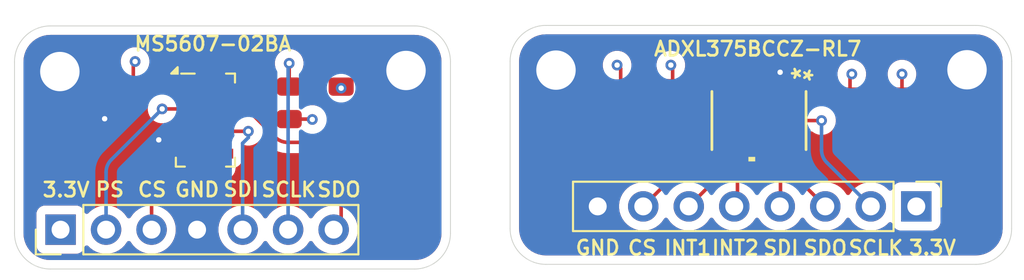
<source format=kicad_pcb>
(kicad_pcb (version 20241229) (generator "pcbnew") (generator_version "9.0")
  (layers (0 "F.Cu" signal) (4 "In1.Cu" signal) (6 "In2.Cu" signal) (2 "B.Cu" signal) (13 "F.Paste" user) (15 "B.Paste" user) (5 "F.SilkS" user "F.Silkscreen") (7 "B.SilkS" user "B.Silkscreen") (1 "F.Mask" user) (3 "B.Mask" user) (25 "Edge.Cuts" user))
  (net 0 "")
  (net 1 "GND")
  (net 2 "+3.3V")
  (net 3 "ADXL_CS")
  (net 4 "MS_MISO")
  (net 5 "MS_SCLK")
  (net 6 "MS_MOSI")
  (net 7 "MS_PS")
  (net 8 "ADXL_MOSI")
  (net 9 "ADXL_INT2")
  (net 10 "ADXL_SCLK")
  (net 12 "ADXL_INT1")
  (net 15 "ADXL_MISO")
  (net 16 "MS_CS")
  (footprint "Connector_PinHeader_2.54mm:PinHeader_1x08_P2.54mm_Vertical" (layer "F.Cu") (at 95.5 76.1 -90)
    (property "Reference" "J2" (hide yes))
    (property "Value" "Conn_01x08_Pin" (hide yes))
    (fp_line (start -1.38 19.16) (end 1.38 19.16) (stroke (width 0.12)) (layer "F.SilkS"))
    (fp_line (start -1.38 1.27) (end -1.38 19.16) (stroke (width 0.12)) (layer "F.SilkS"))
    (fp_line (start -1.38 1.27) (end 1.38 1.27) (stroke (width 0.12)) (layer "F.SilkS"))
    (fp_line (start 1.38 1.27) (end 1.38 19.16) (stroke (width 0.12)) (layer "F.SilkS"))
    (fp_line (start -1.38 0) (end -1.38 -1.38) (stroke (width 0.12)) (layer "F.SilkS"))
    (fp_line (start -1.38 -1.38) (end 0 -1.38) (stroke (width 0.12)) (layer "F.SilkS"))
    (pad "1" thru_hole rect (at 0 0 270) (size 1.7 1.7) (drill 1) (layers "*.Cu" "*.Mask") (net 2 "+3.3V"))
    (pad "2" thru_hole circle (at 0 2.54 270) (size 1.7 1.7) (drill 1) (layers "*.Cu" "*.Mask") (net 10 "ADXL_SCLK"))
    (pad "3" thru_hole circle (at 0 5.08 270) (size 1.7 1.7) (drill 1) (layers "*.Cu" "*.Mask") (net 15 "ADXL_MISO"))
    (pad "4" thru_hole circle (at 0 7.62 270) (size 1.7 1.7) (drill 1) (layers "*.Cu" "*.Mask") (net 8 "ADXL_MOSI"))
    (pad "5" thru_hole circle (at 0 10.16 270) (size 1.7 1.7) (drill 1) (layers "*.Cu" "*.Mask") (net 9 "ADXL_INT2"))
    (pad "6" thru_hole circle (at 0 12.7 270) (size 1.7 1.7) (drill 1) (layers "*.Cu" "*.Mask") (net 12 "ADXL_INT1"))
    (pad "7" thru_hole circle (at 0 15.24 270) (size 1.7 1.7) (drill 1) (layers "*.Cu" "*.Mask") (net 3 "ADXL_CS"))
    (pad "8" thru_hole circle (at 0 17.78 270) (size 1.7 1.7) (drill 1) (layers "*.Cu" "*.Mask") (net 1 "GND"))
  )
  (footprint "PCM_JLCPCB:R_0805" (layer "F.Cu") (at 81.9 70.4 -90)
    (property "Reference" "R1" (hide yes))
    (property "Value" "10kΩ" (hide yes))
    (pad "1" smd roundrect (at -0.91 0 270) (size 1.02 1.4) (layers "F.Cu" "F.Mask" "F.Paste") (roundrect_rratio 0.243902) (net 2 "+3.3V"))
    (pad "2" smd roundrect (at 0.91 0 270) (size 1.02 1.4) (layers "F.Cu" "F.Mask" "F.Paste") (roundrect_rratio 0.243902) (net 3 "ADXL_CS"))
  )
  (footprint "PCM_JLCPCB:R_0805" (layer "F.Cu") (at 63.4 70.315 -90)
    (property "Reference" "R2" (hide yes))
    (property "Value" "10kΩ" (hide yes))
    (pad "1" smd roundrect (at -0.91 0 270) (size 1.02 1.4) (layers "F.Cu" "F.Mask" "F.Paste") (roundrect_rratio 0.243902) (net 2 "+3.3V"))
    (pad "2" smd roundrect (at 0.91 0 270) (size 1.02 1.4) (layers "F.Cu" "F.Mask" "F.Paste") (roundrect_rratio 0.243902) (net 4 "MS_MISO"))
  )
  (footprint "PCM_JLCPCB:C_0805" (layer "F.Cu") (at 91.8 70.9 90)
    (property "Reference" "C3" (hide yes))
    (property "Value" "100nF" (hide yes))
    (pad "1" smd roundrect (at -0.95 0 90) (size 1 1.45) (layers "F.Cu" "F.Mask" "F.Paste") (net 1 "GND"))
    (pad "2" smd roundrect (at 0.95 0 90) (size 1 1.45) (layers "F.Cu" "F.Mask" "F.Paste") (net 2 "+3.3V"))
  )
  (footprint "MountingHole:MountingHole_2.2mm_M2_DIN965_Pad" (layer "F.Cu") (at 75.39 68.48)
    (property "Reference" "H2" (hide yes))
    (property "Value" "MountingHole_Pad" (hide yes))
    (pad "1" thru_hole circle (at 0 0) (size 3.8 3.8) (drill 2.2) (layers "*.Cu" "*.Mask") (net 1 "GND"))
  )
  (footprint "MountingHole:MountingHole_2.2mm_M2_DIN965_Pad" (layer "F.Cu") (at 98.33 68.46)
    (property "Reference" "H1" (hide yes))
    (property "Value" "MountingHole_Pad" (hide yes))
    (pad "1" thru_hole circle (at 0 0) (size 3.8 3.8) (drill 2.2) (layers "*.Cu" "*.Mask") (net 1 "GND"))
  )
  (footprint "PCM_JLCPCB:C_0805" (layer "F.Cu") (at 51.8 70.3 -90)
    (property "Reference" "C1" (hide yes))
    (property "Value" "100nF" (hide yes))
    (pad "1" smd roundrect (at -0.95 0 270) (size 1 1.45) (layers "F.Cu" "F.Mask" "F.Paste") (net 2 "+3.3V"))
    (pad "2" smd roundrect (at 0.95 0 270) (size 1 1.45) (layers "F.Cu" "F.Mask" "F.Paste") (net 1 "GND"))
  )
  (footprint "PCM_JLCPCB:C_0805" (layer "F.Cu") (at 94.7 70.9 90)
    (property "Reference" "C4" (hide yes))
    (property "Value" "10uF" (hide yes))
    (pad "1" smd roundrect (at -0.95 0 90) (size 1 1.45) (layers "F.Cu" "F.Mask" "F.Paste") (net 1 "GND"))
    (pad "2" smd roundrect (at 0.95 0 90) (size 1 1.45) (layers "F.Cu" "F.Mask" "F.Paste") (net 2 "+3.3V"))
  )
  (footprint "Connector_PinHeader_2.54mm:PinHeader_1x07_P2.54mm_Vertical" (layer "F.Cu") (at 47.74 77.4 90)
    (property "Reference" "J1" (hide yes))
    (property "Value" "Conn_01x07_Pin" (hide yes))
    (fp_line (start -1.38 -1.38) (end 0 -1.38) (stroke (width 0.12)) (layer "F.SilkS"))
    (fp_line (start -1.38 0) (end -1.38 -1.38) (stroke (width 0.12)) (layer "F.SilkS"))
    (fp_line (start 1.38 1.27) (end 1.38 16.62) (stroke (width 0.12)) (layer "F.SilkS"))
    (fp_line (start -1.38 1.27) (end 1.38 1.27) (stroke (width 0.12)) (layer "F.SilkS"))
    (fp_line (start -1.38 1.27) (end -1.38 16.62) (stroke (width 0.12)) (layer "F.SilkS"))
    (fp_line (start -1.38 16.62) (end 1.38 16.62) (stroke (width 0.12)) (layer "F.SilkS"))
    (pad "1" thru_hole rect (at 0 0 90) (size 1.7 1.7) (drill 1) (layers "*.Cu" "*.Mask") (net 2 "+3.3V"))
    (pad "2" thru_hole circle (at 0 2.54 90) (size 1.7 1.7) (drill 1) (layers "*.Cu" "*.Mask") (net 7 "MS_PS"))
    (pad "3" thru_hole circle (at 0 5.08 90) (size 1.7 1.7) (drill 1) (layers "*.Cu" "*.Mask") (net 16 "MS_CS"))
    (pad "4" thru_hole circle (at 0 7.62 90) (size 1.7 1.7) (drill 1) (layers "*.Cu" "*.Mask") (net 1 "GND"))
    (pad "5" thru_hole circle (at 0 10.16 90) (size 1.7 1.7) (drill 1) (layers "*.Cu" "*.Mask") (net 6 "MS_MOSI"))
    (pad "6" thru_hole circle (at 0 12.7 90) (size 1.7 1.7) (drill 1) (layers "*.Cu" "*.Mask") (net 5 "MS_SCLK"))
    (pad "7" thru_hole circle (at 0 15.24 90) (size 1.7 1.7) (drill 1) (layers "*.Cu" "*.Mask") (net 4 "MS_MISO"))
  )
  (footprint "PCM_JLCPCB:C_0805" (layer "F.Cu") (at 79 70.45 -90)
    (property "Reference" "C2" (hide yes))
    (property "Value" "100nF" (hide yes))
    (pad "1" smd roundrect (at -0.95 0 270) (size 1 1.45) (layers "F.Cu" "F.Mask" "F.Paste") (net 2 "+3.3V"))
    (pad "2" smd roundrect (at 0.95 0 270) (size 1 1.45) (layers "F.Cu" "F.Mask" "F.Paste") (net 1 "GND"))
  )
  (footprint "Package_LGA:LGA-8_3x5mm_P1.25mm" (layer "F.Cu") (at 55.825 71.275)
    (property "Reference" "U1" (hide yes))
    (property "Value" "MS5607-02BA" (at 0.415 -4.265 0) (layer "F.SilkS") (effects (font (size 0.8 0.8) (thickness 0.15) (bold yes))))
    (fp_line (start -1.65 2.6) (end -1.65 2.1) (stroke (width 0.12)) (layer "F.SilkS"))
    (fp_line (start -1.35 -2.6) (end -0.6 -2.6) (stroke (width 0.12)) (layer "F.SilkS"))
    (fp_line (start -1.15 2.6) (end -1.65 2.6) (stroke (width 0.12)) (layer "F.SilkS"))
    (fp_line (start 1.15 -2.6) (end 1.65 -2.6) (stroke (width 0.12)) (layer "F.SilkS"))
    (fp_line (start 1.65 -2.6) (end 1.65 -2.1) (stroke (width 0.12)) (layer "F.SilkS"))
    (fp_line (start 1.65 2.1) (end 1.65 2.6) (stroke (width 0.12)) (layer "F.SilkS"))
    (fp_line (start 1.65 2.6) (end 1.15 2.6) (stroke (width 0.12)) (layer "F.SilkS"))
    (fp_poly (pts (xy -1.55 -2.6) (xy -1.91 -2.6) (xy -1.55 -2.96) (xy -1.55 -2.6)) (stroke (width 0.12)) (fill yes) (layer "F.SilkS"))
    (pad "1" smd rect (at -1.075 -1.875) (size 0.95 0.55) (layers "F.Cu" "F.Mask" "F.Paste") (net 2 "+3.3V"))
    (pad "2" smd rect (at -1.075 -0.625) (size 0.95 0.55) (layers "F.Cu" "F.Mask" "F.Paste") (net 7 "MS_PS"))
    (pad "3" smd rect (at -1.075 0.625) (size 0.95 0.55) (layers "F.Cu" "F.Mask" "F.Paste") (net 1 "GND"))
    (pad "4" smd rect (at -1.075 1.875) (size 0.95 0.55) (layers "F.Cu" "F.Mask" "F.Paste") (net 16 "MS_CS"))
    (pad "5" smd rect (at 1.075 1.875) (size 0.95 0.55) (layers "F.Cu" "F.Mask" "F.Paste") (net 16 "MS_CS"))
    (pad "6" smd rect (at 1.075 0.625) (size 0.95 0.55) (layers "F.Cu" "F.Mask" "F.Paste") (net 6 "MS_MOSI"))
    (pad "7" smd rect (at 1.075 -0.625) (size 0.95 0.55) (layers "F.Cu" "F.Mask" "F.Paste") (net 4 "MS_MISO"))
    (pad "8" smd rect (at 1.075 -1.875) (size 0.95 0.55) (layers "F.Cu" "F.Mask" "F.Paste") (net 5 "MS_SCLK"))
  )
  (footprint "PCM_JLCPCB:R_0805" (layer "F.Cu") (at 60.5 70.31 90)
    (property "Reference" "R3" (hide yes))
    (property "Value" "10kΩ" (hide yes))
    (pad "1" smd roundrect (at -0.91 0 90) (size 1.02 1.4) (layers "F.Cu" "F.Mask" "F.Paste") (roundrect_rratio 0.243902) (net 2 "+3.3V"))
    (pad "2" smd roundrect (at 0.91 0 90) (size 1.02 1.4) (layers "F.Cu" "F.Mask" "F.Paste") (roundrect_rratio 0.243902) (net 5 "MS_SCLK"))
  )
  (footprint "MountingHole:MountingHole_2.2mm_M2_DIN965_Pad" (layer "F.Cu") (at 47.7 68.56)
    (property "Reference" "H4" (hide yes))
    (property "Value" "MountingHole_Pad" (hide yes))
    (pad "1" thru_hole circle (at 0 0) (size 3.8 3.8) (drill 2.2) (layers "*.Cu" "*.Mask") (net 1 "GND"))
  )
  (footprint "MountingHole:MountingHole_2.2mm_M2_DIN965_Pad" (layer "F.Cu") (at 67.02 68.5)
    (property "Reference" "H3" (hide yes))
    (property "Value" "MountingHole_Pad" (hide yes))
    (pad "1" thru_hole circle (at 0 0) (size 3.8 3.8) (drill 2.2) (layers "*.Cu" "*.Mask") (net 1 "GND"))
  )
  (footprint "footprints:LGA_CC-14-1_ADI" (layer "F.Cu") (at 86.718498 71.3 -90)
    (property "Reference" "U4" (hide yes))
    (property "Value" "ADXL375BCCZ-RL7" (at -4.01 0.068498 0) (layer "F.SilkS") (effects (font (size 0.8 0.8))))
    (fp_line (start -1.627 2.627) (end 1.627 2.627) (stroke (width 0.1524)) (layer "F.SilkS"))
    (fp_line (start 1.627 -2.627) (end -1.627 -2.627) (stroke (width 0.1524)) (layer "F.SilkS"))
    (fp_poly (pts (xy 2.285401 0.209499) (xy 2.285401 0.590499) (xy 2.031401 0.590499) (xy 2.031401 0.209499)) (fill yes) (layer "F.SilkS"))
    (fp_text user "*" (at -2.64 -2.391502 90) (layer "F.SilkS"))
    (fp_text user "*" (at -2.54 -2.421502 270) (layer "F.SilkS"))
    (pad "1" smd rect (at -1.370901 -2.000001) (size 0.4492 1.1178) (layers "F.Cu" "F.Mask" "F.Paste") (net 2 "+3.3V"))
    (pad "2" smd rect (at -1.370901 -1.2) (size 0.4492 1.1178) (layers "F.Cu" "F.Mask" "F.Paste") (net 1 "GND"))
    (pad "3" smd rect (at -1.370901 -0.399999) (size 0.4492 1.1178) (layers "F.Cu" "F.Mask" "F.Paste"))
    (pad "4" smd rect (at -1.370901 0.399999) (size 0.4492 1.1178) (layers "F.Cu" "F.Mask" "F.Paste") (net 1 "GND"))
    (pad "5" smd rect (at -1.370901 1.2) (size 0.4492 1.1178) (layers "F.Cu" "F.Mask" "F.Paste") (net 1 "GND"))
    (pad "6" smd rect (at -1.370901 1.999999) (size 0.4492 1.1178) (layers "F.Cu" "F.Mask" "F.Paste") (net 2 "+3.3V"))
    (pad "7" smd rect (at 0 1.718498 270) (size 0.5 0.813) (layers "F.Cu" "F.Mask" "F.Paste") (net 3 "ADXL_CS"))
    (pad "8" smd rect (at 1.370901 2.000001) (size 0.4492 1.1178) (layers "F.Cu" "F.Mask" "F.Paste") (net 12 "ADXL_INT1"))
    (pad "9" smd rect (at 1.370901 1.2) (size 0.4492 1.1178) (layers "F.Cu" "F.Mask" "F.Paste") (net 9 "ADXL_INT2"))
    (pad "10" smd rect (at 1.370901 0.399999) (size 0.4492 1.1178) (layers "F.Cu" "F.Mask" "F.Paste"))
    (pad "11" smd rect (at 1.370901 -0.399999) (size 0.4492 1.1178) (layers "F.Cu" "F.Mask" "F.Paste"))
    (pad "12" smd rect (at 1.370901 -1.2) (size 0.4492 1.1178) (layers "F.Cu" "F.Mask" "F.Paste") (net 8 "ADXL_MOSI"))
    (pad "13" smd rect (at 1.370901 -1.999999) (size 0.4492 1.1178) (layers "F.Cu" "F.Mask" "F.Paste") (net 15 "ADXL_MISO"))
    (pad "14" smd rect (at 0 -1.718498 270) (size 0.5 0.813) (layers "F.Cu" "F.Mask" "F.Paste") (net 10 "ADXL_SCLK"))
  )
  (gr_line (start 74.83 65.98) (end 98.82 65.98) (stroke (width 0.05)) (layer "Edge.Cuts"))
  (gr_arc (start 69.5 77.6) (mid 68.914214 79.014214) (end 67.5 79.6) (stroke (width 0.05)) (layer "Edge.Cuts"))
  (gr_line (start 45.17 77.6) (end 45.17 68.01) (stroke (width 0.05)) (layer "Edge.Cuts"))
  (gr_line (start 98.82 79.34) (end 74.83 79.34) (stroke (width 0.05)) (layer "Edge.Cuts"))
  (gr_arc (start 67.5 66.01) (mid 68.914214 66.595786) (end 69.5 68.01) (stroke (width 0.05)) (layer "Edge.Cuts"))
  (gr_line (start 69.5 68.01) (end 69.5 77.6) (stroke (width 0.05)) (layer "Edge.Cuts"))
  (gr_arc (start 98.82 65.98) (mid 100.234214 66.565786) (end 100.82 67.98) (stroke (width 0.05)) (layer "Edge.Cuts"))
  (gr_arc (start 72.83 67.98) (mid 73.415786 66.565786) (end 74.83 65.98) (stroke (width 0.05)) (layer "Edge.Cuts"))
  (gr_arc (start 45.17 68.01) (mid 45.755786 66.595786) (end 47.17 66.01) (stroke (width 0.05)) (layer "Edge.Cuts"))
  (gr_line (start 100.82 67.98) (end 100.82 77.34) (stroke (width 0.05)) (layer "Edge.Cuts"))
  (gr_arc (start 47.17 79.6) (mid 45.755786 79.014214) (end 45.17 77.6) (stroke (width 0.05)) (layer "Edge.Cuts"))
  (gr_line (start 67.5 79.6) (end 47.17 79.6) (stroke (width 0.05)) (layer "Edge.Cuts"))
  (gr_arc (start 74.83 79.34) (mid 73.415786 78.754214) (end 72.83 77.34) (stroke (width 0.05)) (layer "Edge.Cuts"))
  (gr_arc (start 100.82 77.34) (mid 100.234214 78.754214) (end 98.82 79.34) (stroke (width 0.05)) (layer "Edge.Cuts"))
  (gr_line (start 72.83 77.34) (end 72.83 67.98) (stroke (width 0.05)) (layer "Edge.Cuts"))
  (gr_line (start 47.17 66.01) (end 67.5 66.01) (stroke (width 0.05)) (layer "Edge.Cuts"))
  (gr_text "SDO" (at 90.42 78.42 0) (layer "F.SilkS") (effects (font (size 0.8 0.8) (thickness 0.15) (bold yes))))
  (gr_text "SDO" (at 63.28 75.16 0) (layer "F.SilkS") (effects (font (size 0.8 0.8) (thickness 0.15) (bold yes))))
  (gr_text "SCLK" (at 93.24 78.42 0) (layer "F.SilkS") (effects (font (size 0.8 0.8) (thickness 0.15) (bold yes))))
  (gr_text "SCLK" (at 60.47 75.16 0) (layer "F.SilkS") (effects (font (size 0.8 0.8) (thickness 0.15) (bold yes))))
  (gr_text "SDI" (at 87.94 78.42 0) (layer "F.SilkS") (effects (font (size 0.8 0.8) (thickness 0.15) (bold yes))))
  (gr_text "INT2" (at 85.4 78.41 0) (layer "F.SilkS") (effects (font (size 0.8 0.8) (thickness 0.15) (bold yes))))
  (gr_text "GND" (at 55.36 75.16 0) (layer "F.SilkS") (effects (font (size 0.8 0.8) (thickness 0.15) (bold yes))))
  (gr_text "3.3V" (at 48.05 75.17 0) (layer "F.SilkS") (effects (font (size 0.8 0.8) (thickness 0.15) (bold yes))))
  (gr_text "CS" (at 80.2 78.42 0) (layer "F.SilkS") (effects (font (size 0.8 0.8) (thickness 0.15) (bold yes))))
  (gr_text "INT1" (at 82.74 78.42 0) (layer "F.SilkS") (effects (font (size 0.8 0.8) (thickness 0.15) (bold yes))))
  (gr_text "PS" (at 50.49 75.16 0) (layer "F.SilkS") (effects (font (size 0.8 0.8) (thickness 0.15) (bold yes))))
  (gr_text "SDI" (at 57.82 75.14 0) (layer "F.SilkS") (effects (font (size 0.8 0.8) (thickness 0.15) (bold yes))))
  (gr_text "CS" (at 52.85 75.16 0) (layer "F.SilkS") (effects (font (size 0.8 0.8) (thickness 0.15) (bold yes))))
  (gr_text "GND" (at 77.72 78.41 0) (layer "F.SilkS") (effects (font (size 0.8 0.8) (thickness 0.15) (bold yes))))
  (gr_text "3.3V" (at 96.4 78.41 0) (layer "F.SilkS") (effects (font (size 0.8 0.8) (thickness 0.15) (bold yes))))
  (segment (start 51.8 71.25) (end 50.25 71.25) (width 0.2) (layer "F.Cu") (net 1))
  (segment (start 87.918498 68.618498) (end 87.9 68.6) (width 0.2) (layer "F.Cu") (net 1))
  (segment (start 87.918498 69.929099) (end 87.918498 68.618498) (width 0.2) (layer "F.Cu") (net 1))
  (segment (start 53.7 71.9) (end 53.22 72.38) (width 0.2) (layer "F.Cu") (net 1))
  (segment (start 54.75 71.9) (end 53.7 71.9) (width 0.2) (layer "F.Cu") (net 1))
  (segment (start 50.25 71.25) (end 50.2 71.2) (width 0.2) (layer "F.Cu") (net 1))
  (via (at 87.9 68.6) (size 0.6) (drill 0.3) (layers "F.Cu" "B.Cu") (net 1))
  (via (at 50.2 71.2) (size 0.6) (drill 0.3) (layers "F.Cu" "B.Cu") (net 1))
  (via (at 53.22 72.38) (size 0.6) (drill 0.3) (layers "F.Cu" "B.Cu") (net 1))
  (segment (start 81.9 69.49) (end 79.01 69.49) (width 0.2) (layer "F.Cu") (net 2))
  (segment (start 51.85 69.4) (end 51.8 69.35) (width 0.2) (layer "F.Cu") (net 2))
  (segment (start 54.75 69.4) (end 51.85 69.4) (width 0.2) (layer "F.Cu") (net 2))
  (segment (start 51.8 69.35) (end 51.8 68.1) (width 0.2) (layer "F.Cu") (net 2))
  (segment (start 91.779099 69.929099) (end 91.8 69.95) (width 0.2) (layer "F.Cu") (net 2))
  (segment (start 82.339099 69.929099) (end 81.9 69.49) (width 0.2) (layer "F.Cu") (net 2))
  (segment (start 91.8 68.8) (end 91.9 68.7) (width 0.2) (layer "F.Cu") (net 2))
  (segment (start 81.9 68.3) (end 81.8 68.2) (width 0.2) (layer "F.Cu") (net 2))
  (segment (start 88.718499 69.929099) (end 91.779099 69.929099) (width 0.2) (layer "F.Cu") (net 2))
  (segment (start 81.9 69.49) (end 81.9 68.3) (width 0.2) (layer "F.Cu") (net 2))
  (segment (start 79.01 69.49) (end 79 69.5) (width 0.2) (layer "F.Cu") (net 2))
  (segment (start 91.8 69.95) (end 94.7 69.95) (width 0.2) (layer "F.Cu") (net 2))
  (segment (start 79 69.5) (end 79 68.4) (width 0.2) (layer "F.Cu") (net 2))
  (segment (start 91.8 69.95) (end 91.8 68.8) (width 0.2) (layer "F.Cu") (net 2))
  (segment (start 94.7 69.95) (end 94.7 68.7) (width 0.2) (layer "F.Cu") (net 2))
  (segment (start 61.77 71.22) (end 61.79 71.24) (width 0.2) (layer "F.Cu") (net 2))
  (segment (start 84.718499 69.929099) (end 82.339099 69.929099) (width 0.2) (layer "F.Cu") (net 2))
  (segment (start 60.5 71.22) (end 61.77 71.22) (width 0.2) (layer "F.Cu") (net 2))
  (segment (start 51.8 68.1) (end 51.9 68) (width 0.2) (layer "F.Cu") (net 2))
  (segment (start 79 68.4) (end 78.8 68.2) (width 0.2) (layer "F.Cu") (net 2))
  (via (at 51.9 68) (size 0.6) (drill 0.3) (layers "F.Cu" "B.Cu") (net 2))
  (via (at 81.8 68.2) (size 0.6) (drill 0.3) (layers "F.Cu" "B.Cu") (net 2))
  (via (at 78.8 68.2) (size 0.6) (drill 0.3) (layers "F.Cu" "B.Cu") (net 2))
  (via (at 91.9 68.7) (size 0.6) (drill 0.3) (layers "F.Cu" "B.Cu") (net 2))
  (via (at 61.79 71.24) (size 0.6) (drill 0.3) (layers "F.Cu" "B.Cu") (net 2))
  (via (at 63.4 69.49) (size 0.6) (drill 0.3) (layers "F.Cu" "B.Cu") (net 2))
  (via (at 94.7 68.7) (size 0.6) (drill 0.3) (layers "F.Cu" "B.Cu") (net 2))
  (segment (start 81.91 71.3) (end 81.9 71.31) (width 0.2) (layer "F.Cu") (net 3))
  (segment (start 81.607107 74.752893) (end 80.26 76.1) (width 0.2) (layer "F.Cu") (net 3))
  (segment (start 85 71.3) (end 81.91 71.3) (width 0.2) (layer "F.Cu") (net 3))
  (segment (start 81.9 71.31) (end 81.9 74.045786) (width 0.2) (layer "F.Cu") (net 3))
  (arc (start 81.607107 74.752893) (mid 81.82388 74.42847) (end 81.9 74.045786) (width 0.2) (layer "F.Cu") (net 3))
  (segment (start 60.424214 72.52) (end 63.4 72.52) (width 0.2) (layer "F.Cu") (net 4))
  (segment (start 58.432893 70.942893) (end 59.717107 72.227107) (width 0.2) (layer "F.Cu") (net 4))
  (segment (start 63.4 71.225) (end 63.4 72.52) (width 0.2) (layer "F.Cu") (net 4))
  (segment (start 56.9 70.65) (end 57.725786 70.65) (width 0.2) (layer "F.Cu") (net 4))
  (segment (start 63.4 72.52) (end 63.4 76.98) (width 0.2) (layer "F.Cu") (net 4))
  (segment (start 63.4 76.98) (end 62.98 77.4) (width 0.2) (layer "F.Cu") (net 4))
  (arc (start 60.424214 72.52) (mid 60.041531 72.44388) (end 59.717107 72.227107) (width 0.2) (layer "F.Cu") (net 4))
  (arc (start 57.725786 70.65) (mid 58.108469 70.72612) (end 58.432893 70.942893) (width 0.2) (layer "F.Cu") (net 4))
  (segment (start 60.5 69.4) (end 60.5 68.1) (width 0.2) (layer "F.Cu") (net 5))
  (segment (start 56.9 69.4) (end 60.5 69.4) (width 0.2) (layer "F.Cu") (net 5))
  (via (at 60.5 68.1) (size 0.6) (drill 0.3) (layers "F.Cu" "B.Cu") (net 5))
  (segment (start 60.44 68.16) (end 60.44 77.4) (width 0.2) (layer "B.Cu") (net 5))
  (segment (start 60.5 68.1) (end 60.44 68.16) (width 0.2) (layer "B.Cu") (net 5))
  (segment (start 56.9 71.9) (end 58.22 71.9) (width 0.2) (layer "F.Cu") (net 6))
  (via (at 58.22 71.9) (size 0.6) (drill 0.3) (layers "F.Cu" "B.Cu") (net 6))
  (segment (start 57.9 72.57) (end 57.9 77.4) (width 0.2) (layer "B.Cu") (net 6))
  (segment (start 58.22 71.9) (end 58.22 72.25) (width 0.2) (layer "B.Cu") (net 6))
  (segment (start 58.22 72.25) (end 57.9 72.57) (width 0.2) (layer "B.Cu") (net 6))
  (segment (start 54.75 70.65) (end 53.41 70.65) (width 0.2) (layer "F.Cu") (net 7))
  (via (at 53.41 70.65) (size 0.6) (drill 0.3) (layers "F.Cu" "B.Cu") (net 7))
  (segment (start 50.28 74.194214) (end 50.28 77.4) (width 0.2) (layer "B.Cu") (net 7))
  (segment (start 53.41 70.65) (end 50.572893 73.487107) (width 0.2) (layer "B.Cu") (net 7))
  (arc (start 50.28 74.194214) (mid 50.35612 73.811531) (end 50.572893 73.487107) (width 0.2) (layer "B.Cu") (net 7))
  (segment (start 87.918498 72.670901) (end 87.918498 76.061502) (width 0.2) (layer "F.Cu") (net 8))
  (segment (start 87.918498 76.061502) (end 87.88 76.1) (width 0.2) (layer "F.Cu") (net 8))
  (segment (start 85.518498 75.921502) (end 85.34 76.1) (width 0.2) (layer "F.Cu") (net 9))
  (segment (start 85.518498 72.670901) (end 85.518498 75.921502) (width 0.2) (layer "F.Cu") (net 9))
  (segment (start 88.436996 71.3) (end 90.21 71.3) (width 0.2) (layer "F.Cu") (net 10))
  (via (at 90.21 71.3) (size 0.6) (drill 0.3) (layers "F.Cu" "B.Cu") (net 10))
  (segment (start 90.502893 73.642893) (end 92.96 76.1) (width 0.2) (layer "B.Cu") (net 10))
  (segment (start 90.21 71.3) (end 90.21 72.935786) (width 0.2) (layer "B.Cu") (net 10))
  (arc (start 90.21 72.935786) (mid 90.28612 73.318469) (end 90.502893 73.642893) (width 0.2) (layer "B.Cu") (net 10))
  (segment (start 84.718497 72.670901) (end 84.718497 73.767289) (width 0.2) (layer "F.Cu") (net 12))
  (segment (start 84.425604 74.474396) (end 82.8 76.1) (width 0.2) (layer "F.Cu") (net 12))
  (arc (start 84.425604 74.474396) (mid 84.642377 74.149973) (end 84.718497 73.767289) (width 0.2) (layer "F.Cu") (net 12))
  (segment (start 88.718497 72.670901) (end 88.718497 73.984283) (width 0.2) (layer "F.Cu") (net 15))
  (segment (start 89.01139 74.69139) (end 90.42 76.1) (width 0.2) (layer "F.Cu") (net 15))
  (arc (start 88.718497 73.984283) (mid 88.794617 74.366966) (end 89.01139 74.69139) (width 0.2) (layer "F.Cu") (net 15))
  (segment (start 53.112893 74.127107) (end 53.797107 73.442893) (width 0.2) (layer "F.Cu") (net 16))
  (segment (start 52.82 77.4) (end 52.82 74.834214) (width 0.2) (layer "F.Cu") (net 16))
  (segment (start 55.1 74.5) (end 55.945786 74.5) (width 0.2) (layer "F.Cu") (net 16))
  (segment (start 55.042893 74.442893) (end 55.1 74.5) (width 0.2) (layer "F.Cu") (net 16))
  (segment (start 56.652893 74.207107) (end 56.9 73.96) (width 0.2) (layer "F.Cu") (net 16))
  (segment (start 54.504214 73.15) (end 54.75 73.15) (width 0.2) (layer "F.Cu") (net 16))
  (segment (start 54.75 73.15) (end 54.75 73.735786) (width 0.2) (layer "F.Cu") (net 16))
  (segment (start 56.9 73.96) (end 56.9 73.15) (width 0.2) (layer "F.Cu") (net 16))
  (arc (start 55.945786 74.5) (mid 56.328469 74.42388) (end 56.652893 74.207107) (width 0.2) (layer "F.Cu") (net 16))
  (arc (start 53.112893 74.127107) (mid 52.89612 74.45153) (end 52.82 74.834214) (width 0.2) (layer "F.Cu") (net 16))
  (arc (start 55.042893 74.442893) (mid 54.82612 74.11847) (end 54.75 73.735786) (width 0.2) (layer "F.Cu") (net 16))
  (arc (start 53.797107 73.442893) (mid 54.12153 73.22612) (end 54.504214 73.15) (width 0.2) (layer "F.Cu") (net 16))
  (zone (net 1) (net_name "GND") (layers "F.Cu" "B.Cu" "In1.Cu") (connect_pads yes (clearance 0.5)) (min_thickness 0.25) (fill yes (thermal_gap 0.5) (thermal_bridge_width 0.5))
    (polygon (pts (xy 72.61 65.19) (xy 72.61 80.22) (xy 101.21 80.22) (xy 101.21 65.19)))
  )
  (zone (net 1) (net_name "GND") (layers "F.Cu" "B.Cu" "In1.Cu") (connect_pads yes (clearance 0.5)) (min_thickness 0.25) (fill yes (thermal_gap 0.5) (thermal_bridge_width 0.5))
    (polygon (pts (xy 44.66 65.77) (xy 44.66 79.37) (xy 69.66 79.37) (xy 69.66 65.77)))
  )
)
</source>
